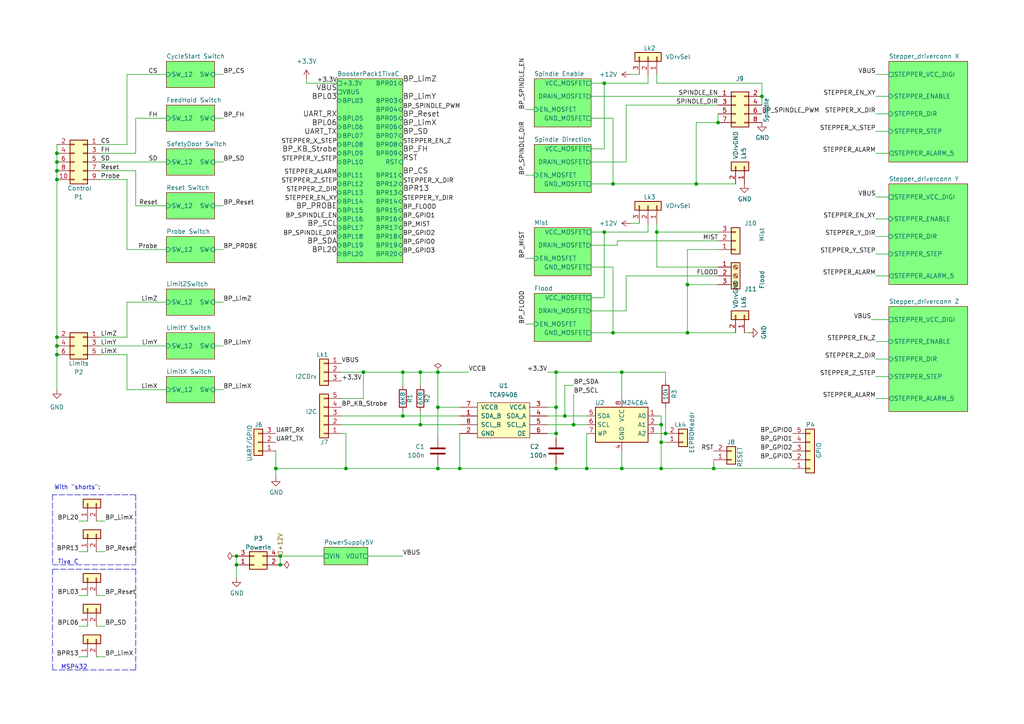
<source format=kicad_sch>
(kicad_sch (version 20211123) (generator eeschema)
  (paper "A4")
  (title_block (title "GRBLhal Boosterpack") (date "2022-11-23") (rev "1.0") (comment 1 "ruined by Sönke Peters") (comment 2 "based on work by Terje Io and Expatria Technologies") (comment 4 "Licensed under CERN OHL v.1.2 or later"))
  (lib_symbols
    (symbol "CNC-Boosterpack-rescue:TCA9406-engineering" (pin_names (offset 1.016))
      (property "Reference" "U" (at -6.35 -6.35 0))
      (property "Value" "TCA9406-engineering" (at 3.175 -6.35 0))
      (symbol "TCA9406-engineering_0_1"
        (rectangle (start -7.62 5.08) (end 7.62 -5.08) (fill (type background)))
      )
      (symbol "TCA9406-engineering_1_1"
        (pin bidirectional line (at 12.7 1.27 180) (length 5.08) (name "SDA_B") (number "1"))
        (pin power_in line (at 12.7 -3.81 180) (length 5.08) (name "GND") (number "2"))
        (pin power_in line (at -12.7 3.81 0) (length 5.08) (name "VCCA") (number "3"))
        (pin bidirectional line (at -12.7 1.27 0) (length 5.08) (name "SDA_A") (number "4"))
        (pin bidirectional line (at -12.7 -1.27 0) (length 5.08) (name "SCL_A") (number "5"))
        (pin input line (at -12.7 -3.81 0) (length 5.08) (name "OE") (number "6"))
        (pin power_in line (at 12.7 3.81 180) (length 5.08) (name "VCCB") (number "7"))
        (pin bidirectional line (at 12.7 -1.27 180) (length 5.08) (name "SCL_B") (number "8"))
      )
    )
    (symbol "Connector:Screw_Terminal_01x03" (pin_names (offset 1.016) hide)
      (property "Reference" "J" (at 0 5.08 0))
      (property "Value" "Screw_Terminal_01x03" (at 0 -5.08 0))
      (symbol "Screw_Terminal_01x03_1_1"
        (rectangle (start -1.27 3.81) (end 1.27 -3.81) (stroke (width 0.254)) (fill (type background)))
        (circle (center 0 -2.54) (radius 0.635) (stroke (width 0.1524)))
        (polyline (pts (xy -0.5334 -2.2098) (xy 0.3302 -3.048)) (stroke (width 0.1524)))
        (polyline (pts (xy -0.5334 0.3302) (xy 0.3302 -0.508)) (stroke (width 0.1524)))
        (polyline (pts (xy -0.5334 2.8702) (xy 0.3302 2.032)) (stroke (width 0.1524)))
        (polyline (pts (xy -0.3556 -2.032) (xy 0.508 -2.8702)) (stroke (width 0.1524)))
        (polyline (pts (xy -0.3556 0.508) (xy 0.508 -0.3302)) (stroke (width 0.1524)))
        (polyline (pts (xy -0.3556 3.048) (xy 0.508 2.2098)) (stroke (width 0.1524)))
        (circle (center 0 0) (radius 0.635) (stroke (width 0.1524)))
        (circle (center 0 2.54) (radius 0.635) (stroke (width 0.1524)))
        (pin passive line (at -5.08 2.54 0) (length 3.81) (name "Pin_1") (number "1"))
        (pin passive line (at -5.08 0 0) (length 3.81) (name "Pin_2") (number "2"))
        (pin passive line (at -5.08 -2.54 0) (length 3.81) (name "Pin_3") (number "3"))
      )
    )
    (symbol "Connector_Generic:Conn_01x02" (pin_names (offset 1.016) hide)
      (property "Reference" "J" (at 0 2.54 0))
      (property "Value" "Conn_01x02" (at 0 -5.08 0))
      (symbol "Conn_01x02_1_1"
        (rectangle (start -1.27 -2.413) (end 0 -2.667) (stroke (width 0.1524)))
        (rectangle (start -1.27 0.127) (end 0 -0.127) (stroke (width 0.1524)))
        (rectangle (start -1.27 1.27) (end 1.27 -3.81) (stroke (width 0.254)) (fill (type background)))
        (pin passive line (at -5.08 0 0) (length 3.81) (name "Pin_1") (number "1"))
        (pin passive line (at -5.08 -2.54 0) (length 3.81) (name "Pin_2") (number "2"))
      )
    )
    (symbol "Connector_Generic:Conn_01x03" (pin_names (offset 1.016) hide)
      (property "Reference" "J" (at 0 5.08 0))
      (property "Value" "Conn_01x03" (at 0 -5.08 0))
      (symbol "Conn_01x03_1_1"
        (rectangle (start -1.27 -2.413) (end 0 -2.667) (stroke (width 0.1524)))
        (rectangle (start -1.27 0.127) (end 0 -0.127) (stroke (width 0.1524)))
        (rectangle (start -1.27 2.667) (end 0 2.413) (stroke (width 0.1524)))
        (rectangle (start -1.27 3.81) (end 1.27 -3.81) (stroke (width 0.254)) (fill (type background)))
        (pin passive line (at -5.08 2.54 0) (length 3.81) (name "Pin_1") (number "1"))
        (pin passive line (at -5.08 0 0) (length 3.81) (name "Pin_2") (number "2"))
        (pin passive line (at -5.08 -2.54 0) (length 3.81) (name "Pin_3") (number "3"))
      )
    )
    (symbol "Connector_Generic:Conn_01x05" (pin_names (offset 1.016) hide)
      (property "Reference" "J" (at 0 7.62 0))
      (property "Value" "Conn_01x05" (at 0 -7.62 0))
      (symbol "Conn_01x05_1_1"
        (rectangle (start -1.27 -4.953) (end 0 -5.207) (stroke (width 0.1524)))
        (rectangle (start -1.27 -2.413) (end 0 -2.667) (stroke (width 0.1524)))
        (rectangle (start -1.27 0.127) (end 0 -0.127) (stroke (width 0.1524)))
        (rectangle (start -1.27 2.667) (end 0 2.413) (stroke (width 0.1524)))
        (rectangle (start -1.27 5.207) (end 0 4.953) (stroke (width 0.1524)))
        (rectangle (start -1.27 6.35) (end 1.27 -6.35) (stroke (width 0.254)) (fill (type background)))
        (pin passive line (at -5.08 5.08 0) (length 3.81) (name "Pin_1") (number "1"))
        (pin passive line (at -5.08 2.54 0) (length 3.81) (name "Pin_2") (number "2"))
        (pin passive line (at -5.08 0 0) (length 3.81) (name "Pin_3") (number "3"))
        (pin passive line (at -5.08 -2.54 0) (length 3.81) (name "Pin_4") (number "4"))
        (pin passive line (at -5.08 -5.08 0) (length 3.81) (name "Pin_5") (number "5"))
      )
    )
    (symbol "Connector_Generic:Conn_02x02_Odd_Even" (pin_names (offset 1.016) hide)
      (property "Reference" "J" (at 1.27 2.54 0))
      (property "Value" "Conn_02x02_Odd_Even" (at 1.27 -5.08 0))
      (symbol "Conn_02x02_Odd_Even_1_1"
        (rectangle (start -1.27 -2.413) (end 0 -2.667) (stroke (width 0.1524)))
        (rectangle (start -1.27 0.127) (end 0 -0.127) (stroke (width 0.1524)))
        (rectangle (start -1.27 1.27) (end 3.81 -3.81) (stroke (width 0.254)) (fill (type background)))
        (rectangle (start 3.81 -2.413) (end 2.54 -2.667) (stroke (width 0.1524)))
        (rectangle (start 3.81 0.127) (end 2.54 -0.127) (stroke (width 0.1524)))
        (pin passive line (at -5.08 0 0) (length 3.81) (name "Pin_1") (number "1"))
        (pin passive line (at 7.62 0 180) (length 3.81) (name "Pin_2") (number "2"))
        (pin passive line (at -5.08 -2.54 0) (length 3.81) (name "Pin_3") (number "3"))
        (pin passive line (at 7.62 -2.54 180) (length 3.81) (name "Pin_4") (number "4"))
      )
    )
    (symbol "Connector_Generic:Conn_02x03_Odd_Even" (pin_names (offset 1.016) hide)
      (property "Reference" "J" (at 1.27 5.08 0))
      (property "Value" "Conn_02x03_Odd_Even" (at 1.27 -5.08 0))
      (symbol "Conn_02x03_Odd_Even_1_1"
        (rectangle (start -1.27 -2.413) (end 0 -2.667) (stroke (width 0.1524)))
        (rectangle (start -1.27 0.127) (end 0 -0.127) (stroke (width 0.1524)))
        (rectangle (start -1.27 2.667) (end 0 2.413) (stroke (width 0.1524)))
        (rectangle (start -1.27 3.81) (end 3.81 -3.81) (stroke (width 0.254)) (fill (type background)))
        (rectangle (start 3.81 -2.413) (end 2.54 -2.667) (stroke (width 0.1524)))
        (rectangle (start 3.81 0.127) (end 2.54 -0.127) (stroke (width 0.1524)))
        (rectangle (start 3.81 2.667) (end 2.54 2.413) (stroke (width 0.1524)))
        (pin passive line (at -5.08 2.54 0) (length 3.81) (name "Pin_1") (number "1"))
        (pin passive line (at 7.62 2.54 180) (length 3.81) (name "Pin_2") (number "2"))
        (pin passive line (at -5.08 0 0) (length 3.81) (name "Pin_3") (number "3"))
        (pin passive line (at 7.62 0 180) (length 3.81) (name "Pin_4") (number "4"))
        (pin passive line (at -5.08 -2.54 0) (length 3.81) (name "Pin_5") (number "5"))
        (pin passive line (at 7.62 -2.54 180) (length 3.81) (name "Pin_6") (number "6"))
      )
    )
    (symbol "Connector_Generic:Conn_02x04_Odd_Even" (pin_names (offset 1.016) hide)
      (property "Reference" "J" (at 1.27 5.08 0))
      (property "Value" "Conn_02x04_Odd_Even" (at 1.27 -7.62 0))
      (symbol "Conn_02x04_Odd_Even_1_1"
        (rectangle (start -1.27 -4.953) (end 0 -5.207) (stroke (width 0.1524)))
        (rectangle (start -1.27 -2.413) (end 0 -2.667) (stroke (width 0.1524)))
        (rectangle (start -1.27 0.127) (end 0 -0.127) (stroke (width 0.1524)))
        (rectangle (start -1.27 2.667) (end 0 2.413) (stroke (width 0.1524)))
        (rectangle (start -1.27 3.81) (end 3.81 -6.35) (stroke (width 0.254)) (fill (type background)))
        (rectangle (start 3.81 -4.953) (end 2.54 -5.207) (stroke (width 0.1524)))
        (rectangle (start 3.81 -2.413) (end 2.54 -2.667) (stroke (width 0.1524)))
        (rectangle (start 3.81 0.127) (end 2.54 -0.127) (stroke (width 0.1524)))
        (rectangle (start 3.81 2.667) (end 2.54 2.413) (stroke (width 0.1524)))
        (pin passive line (at -5.08 2.54 0) (length 3.81) (name "Pin_1") (number "1"))
        (pin passive line (at 7.62 2.54 180) (length 3.81) (name "Pin_2") (number "2"))
        (pin passive line (at -5.08 0 0) (length 3.81) (name "Pin_3") (number "3"))
        (pin passive line (at 7.62 0 180) (length 3.81) (name "Pin_4") (number "4"))
        (pin passive line (at -5.08 -2.54 0) (length 3.81) (name "Pin_5") (number "5"))
        (pin passive line (at 7.62 -2.54 180) (length 3.81) (name "Pin_6") (number "6"))
        (pin passive line (at -5.08 -5.08 0) (length 3.81) (name "Pin_7") (number "7"))
        (pin passive line (at 7.62 -5.08 180) (length 3.81) (name "Pin_8") (number "8"))
      )
    )
    (symbol "Connector_Generic:Conn_02x05_Odd_Even" (pin_names (offset 1.016) hide)
      (property "Reference" "J" (at 1.27 7.62 0))
      (property "Value" "Conn_02x05_Odd_Even" (at 1.27 -7.62 0))
      (symbol "Conn_02x05_Odd_Even_1_1"
        (rectangle (start -1.27 -4.953) (end 0 -5.207) (stroke (width 0.1524)))
        (rectangle (start -1.27 -2.413) (end 0 -2.667) (stroke (width 0.1524)))
        (rectangle (start -1.27 0.127) (end 0 -0.127) (stroke (width 0.1524)))
        (rectangle (start -1.27 2.667) (end 0 2.413) (stroke (width 0.1524)))
        (rectangle (start -1.27 5.207) (end 0 4.953) (stroke (width 0.1524)))
        (rectangle (start -1.27 6.35) (end 3.81 -6.35) (stroke (width 0.254)) (fill (type background)))
        (rectangle (start 3.81 -4.953) (end 2.54 -5.207) (stroke (width 0.1524)))
        (rectangle (start 3.81 -2.413) (end 2.54 -2.667) (stroke (width 0.1524)))
        (rectangle (start 3.81 0.127) (end 2.54 -0.127) (stroke (width 0.1524)))
        (rectangle (start 3.81 2.667) (end 2.54 2.413) (stroke (width 0.1524)))
        (rectangle (start 3.81 5.207) (end 2.54 4.953) (stroke (width 0.1524)))
        (pin passive line (at -5.08 5.08 0) (length 3.81) (name "Pin_1") (number "1"))
        (pin passive line (at 7.62 -5.08 180) (length 3.81) (name "Pin_10") (number "10"))
        (pin passive line (at 7.62 5.08 180) (length 3.81) (name "Pin_2") (number "2"))
        (pin passive line (at -5.08 2.54 0) (length 3.81) (name "Pin_3") (number "3"))
        (pin passive line (at 7.62 2.54 180) (length 3.81) (name "Pin_4") (number "4"))
        (pin passive line (at -5.08 0 0) (length 3.81) (name "Pin_5") (number "5"))
        (pin passive line (at 7.62 0 180) (length 3.81) (name "Pin_6") (number "6"))
        (pin passive line (at -5.08 -2.54 0) (length 3.81) (name "Pin_7") (number "7"))
        (pin passive line (at 7.62 -2.54 180) (length 3.81) (name "Pin_8") (number "8"))
        (pin passive line (at -5.08 -5.08 0) (length 3.81) (name "Pin_9") (number "9"))
      )
    )
    (symbol "Device:C" (pin_numbers hide) (pin_names (offset 0.254))
      (property "Reference" "C" (at 0.635 2.54 0))
      (property "Value" "C" (at 0.635 -2.54 0))
      (symbol "C_0_1"
        (polyline (pts (xy -2.032 -0.762) (xy 2.032 -0.762)) (stroke (width 0.508)))
        (polyline (pts (xy -2.032 0.762) (xy 2.032 0.762)) (stroke (width 0.508)))
      )
      (symbol "C_1_1"
        (pin passive line (at 0 3.81 270) (length 2.794) (name "~") (number "1"))
        (pin passive line (at 0 -3.81 90) (length 2.794) (name "~") (number "2"))
      )
    )
    (symbol "Device:R" (pin_numbers hide) (pin_names (offset 0))
      (property "Reference" "R" (at 2.032 0 90))
      (property "Value" "R" (at 0 0 90))
      (symbol "R_0_1"
        (rectangle (start -1.016 -2.54) (end 1.016 2.54) (stroke (width 0.254)))
      )
      (symbol "R_1_1"
        (pin passive line (at 0 3.81 270) (length 1.27) (name "~") (number "1"))
        (pin passive line (at 0 -3.81 90) (length 1.27) (name "~") (number "2"))
      )
    )
    (symbol "Memory_EEPROM:24LC16"
      (property "Reference" "U" (at -6.35 6.35 0))
      (property "Value" "24LC16" (at 1.27 6.35 0))
      (symbol "24LC16_1_1"
        (rectangle (start -7.62 5.08) (end 7.62 -5.08) (stroke (width 0.254)) (fill (type background)))
        (pin input line (at -10.16 2.54 0) (length 2.54) (name "A0") (number "1"))
        (pin input line (at -10.16 0 0) (length 2.54) (name "A1") (number "2"))
        (pin input line (at -10.16 -2.54 0) (length 2.54) (name "A2") (number "3"))
        (pin power_in line (at 0 -7.62 90) (length 2.54) (name "GND") (number "4"))
        (pin bidirectional line (at 10.16 2.54 180) (length 2.54) (name "SDA") (number "5"))
        (pin input line (at 10.16 0 180) (length 2.54) (name "SCL") (number "6"))
        (pin input line (at 10.16 -2.54 180) (length 2.54) (name "WP") (number "7"))
        (pin power_in line (at 0 7.62 270) (length 2.54) (name "VCC") (number "8"))
      )
    )
    (symbol "power:+12V" (power) (pin_names (offset 0))
      (property "Value" "+12V" (at 0 3.556 0))
      (symbol "+12V_0_1"
        (polyline (pts (xy -0.762 1.27) (xy 0 2.54)))
        (polyline (pts (xy 0 0) (xy 0 2.54)))
        (polyline (pts (xy 0 2.54) (xy 0.762 1.27)))
      )
      (symbol "+12V_1_1"
        (pin power_in line (at 0 0 90) (length 0) hide (name "+12V") (number "1"))
      )
    )
    (symbol "power:+3.3V" (power) (pin_names (offset 0))
      (property "Value" "+3.3V" (at 0 3.556 0))
      (symbol "+3.3V_0_1"
        (polyline (pts (xy -0.762 1.27) (xy 0 2.54)))
        (polyline (pts (xy 0 0) (xy 0 2.54)))
        (polyline (pts (xy 0 2.54) (xy 0.762 1.27)))
      )
      (symbol "+3.3V_1_1"
        (pin power_in line (at 0 0 90) (length 0) hide (name "+3.3V") (number "1"))
      )
    )
    (symbol "power:GND" (power) (pin_names (offset 0))
      (property "Value" "GND" (at 0 -3.81 0))
      (symbol "GND_0_1"
        (polyline (pts (xy 0 0) (xy 0 -1.27) (xy 1.27 -1.27) (xy 0 -2.54) (xy -1.27 -1.27) (xy 0 -1.27)))
      )
      (symbol "GND_1_1"
        (pin power_in line (at 0 0 270) (length 0) hide (name "GND") (number "1"))
      )
    )
    (symbol "power:PWR_FLAG" (power) (pin_numbers hide) (pin_names (offset 0) hide)
      (property "Value" "PWR_FLAG" (at 0 3.81 0))
      (symbol "PWR_FLAG_0_0"
        (pin power_out line (at 0 0 90) (length 0) (name "pwr") (number "1"))
      )
      (symbol "PWR_FLAG_0_1"
        (polyline (pts (xy 0 0) (xy 0 1.27) (xy -1.016 1.905) (xy 0 2.54) (xy 1.016 1.905) (xy 0 1.27)))
      )
    )
  )
  (junction (at 208.28 35.56))
  (junction (at 180.34 135.89))
  (junction (at 177.8 53.34))
  (junction (at 133.35 135.89))
  (junction (at 191.77 123.19))
  (junction (at 191.77 135.89))
  (junction (at 121.92 107.95))
  (junction (at 127 118.11))
  (junction (at 201.93 53.34))
  (junction (at 199.39 96.52))
  (junction (at 16.51 52.07))
  (junction (at 105.41 107.95))
  (junction (at 16.51 102.87))
  (junction (at 207.01 135.89))
  (junction (at 16.51 46.99))
  (junction (at 116.84 107.95))
  (junction (at 161.29 125.73))
  (junction (at 175.26 67.31))
  (junction (at 191.77 128.27))
  (junction (at 190.5 67.31))
  (junction (at 68.58 163.83))
  (junction (at 161.29 135.89))
  (junction (at 127 135.89))
  (junction (at 116.84 120.65))
  (junction (at 193.04 125.73))
  (junction (at 180.34 107.95))
  (junction (at 68.58 161.29))
  (junction (at 16.51 100.33))
  (junction (at 170.18 135.89))
  (junction (at 81.28 163.83))
  (junction (at 163.83 120.65))
  (junction (at 175.26 24.13))
  (junction (at 121.92 123.19))
  (junction (at 16.51 49.53))
  (junction (at 81.28 161.29))
  (junction (at 80.01 135.89))
  (junction (at 16.51 97.79))
  (junction (at 127 107.95))
  (junction (at 166.37 123.19))
  (junction (at 16.51 44.45))
  (junction (at 100.33 135.89))
  (junction (at 220.98 27.94))
  (junction (at 161.29 118.11))
  (junction (at 199.39 82.55))
  (junction (at 161.29 107.95))
  (junction (at 177.8 96.52))
  (wire (pts (xy 179.07 69.85) (xy 208.28 69.85)))
  (wire (pts (xy 207.01 135.89) (xy 229.87 135.89)))
  (wire (pts (xy 180.34 130.81) (xy 180.34 135.89)))
  (wire (pts (xy 161.29 134.62) (xy 161.29 135.89)))
  (wire (pts (xy 62.23 100.33) (xy 64.77 100.33)))
  (wire (pts (xy 163.83 111.76) (xy 163.83 120.65)))
  (wire (pts (xy 29.21 46.99) (xy 48.26 46.99)))
  (wire (pts (xy 220.98 27.94) (xy 220.98 30.48)))
  (wire (pts (xy 36.83 21.59) (xy 36.83 41.91)))
  (wire (pts (xy 36.83 97.79) (xy 36.83 87.63)))
  (wire (pts (xy 36.83 102.87) (xy 36.83 113.03)))
  (wire (pts (xy 180.34 107.95) (xy 193.04 107.95)))
  (wire (pts (xy 62.23 72.39) (xy 64.77 72.39)))
  (wire (pts (xy 191.77 123.19) (xy 190.5 123.19)))
  (wire (pts (xy 127 118.11) (xy 133.35 118.11)))
  (wire (pts (xy 193.04 125.73) (xy 190.5 125.73)))
  (wire (pts (xy 158.75 120.65) (xy 163.83 120.65)))
  (wire (pts (xy 99.06 120.65) (xy 116.84 120.65)))
  (wire (pts (xy 254 104.14) (xy 257.81 104.14)))
  (wire (pts (xy 180.34 107.95) (xy 180.34 115.57)))
  (wire (pts (xy 152.4 93.98) (xy 154.94 93.98)))
  (wire (pts (xy 116.84 107.95) (xy 121.92 107.95)))
  (wire (pts (xy 207.01 135.89) (xy 207.01 133.35)))
  (wire (pts (xy 127 135.89) (xy 133.35 135.89)))
  (wire (pts (xy 22.86 160.02) (xy 25.4 160.02)))
  (wire (pts (xy 27.94 151.13) (xy 30.48 151.13)))
  (wire (pts (xy 166.37 123.19) (xy 170.18 123.19)))
  (wire (pts (xy 187.96 64.77) (xy 187.96 67.31)))
  (wire (pts (xy 152.4 50.8) (xy 154.94 50.8)))
  (wire (pts (xy 29.21 100.33) (xy 48.26 100.33)))
  (wire (pts (xy 254 63.5) (xy 257.81 63.5)))
  (polyline (pts (xy 15.24 165.1) (xy 15.24 194.31)))
  (wire (pts (xy 152.4 31.75) (xy 154.94 31.75)))
  (wire (pts (xy 80.01 135.89) (xy 80.01 138.43)))
  (wire (pts (xy 62.23 46.99) (xy 64.77 46.99)))
  (polyline (pts (xy 15.24 163.83) (xy 39.37 163.83)))
  (wire (pts (xy 29.21 102.87) (xy 36.83 102.87)))
  (wire (pts (xy 171.45 67.31) (xy 175.26 67.31)))
  (wire (pts (xy 16.51 46.99) (xy 16.51 44.45)))
  (wire (pts (xy 152.4 74.93) (xy 154.94 74.93)))
  (wire (pts (xy 171.45 96.52) (xy 177.8 96.52)))
  (polyline (pts (xy 15.24 165.1) (xy 39.37 165.1)))
  (wire (pts (xy 177.8 34.29) (xy 171.45 34.29)))
  (wire (pts (xy 190.5 120.65) (xy 191.77 120.65)))
  (wire (pts (xy 127 127) (xy 127 118.11)))
  (wire (pts (xy 171.45 27.94) (xy 208.28 27.94)))
  (wire (pts (xy 182.88 21.59) (xy 185.42 21.59)))
  (wire (pts (xy 177.8 53.34) (xy 171.45 53.34)))
  (wire (pts (xy 171.45 24.13) (xy 175.26 24.13)))
  (wire (pts (xy 191.77 135.89) (xy 207.01 135.89)))
  (wire (pts (xy 190.5 24.13) (xy 220.98 24.13)))
  (wire (pts (xy 158.75 125.73) (xy 161.29 125.73)))
  (wire (pts (xy 88.9 22.86) (xy 88.9 24.13)))
  (wire (pts (xy 254 33.02) (xy 257.81 33.02)))
  (wire (pts (xy 208.28 35.56) (xy 201.93 35.56)))
  (wire (pts (xy 121.92 119.38) (xy 121.92 123.19)))
  (wire (pts (xy 62.23 21.59) (xy 64.77 21.59)))
  (wire (pts (xy 81.28 161.29) (xy 93.98 161.29)))
  (wire (pts (xy 191.77 128.27) (xy 191.77 135.89)))
  (wire (pts (xy 100.33 125.73) (xy 100.33 135.89)))
  (wire (pts (xy 39.37 59.69) (xy 48.26 59.69)))
  (wire (pts (xy 177.8 53.34) (xy 177.8 34.29)))
  (wire (pts (xy 22.86 190.5) (xy 25.4 190.5)))
  (wire (pts (xy 133.35 135.89) (xy 161.29 135.89)))
  (wire (pts (xy 166.37 114.3) (xy 166.37 123.19)))
  (wire (pts (xy 171.45 71.12) (xy 179.07 71.12)))
  (wire (pts (xy 22.86 172.72) (xy 25.4 172.72)))
  (wire (pts (xy 187.96 21.59) (xy 187.96 24.13)))
  (wire (pts (xy 16.51 49.53) (xy 16.51 46.99)))
  (wire (pts (xy 179.07 71.12) (xy 179.07 69.85)))
  (wire (pts (xy 62.23 87.63) (xy 64.77 87.63)))
  (wire (pts (xy 190.5 67.31) (xy 190.5 77.47)))
  (wire (pts (xy 80.01 135.89) (xy 100.33 135.89)))
  (wire (pts (xy 116.84 111.76) (xy 116.84 107.95)))
  (wire (pts (xy 27.94 160.02) (xy 30.48 160.02)))
  (wire (pts (xy 170.18 135.89) (xy 180.34 135.89)))
  (wire (pts (xy 127 134.62) (xy 127 135.89)))
  (wire (pts (xy 181.61 80.01) (xy 181.61 90.17)))
  (wire (pts (xy 181.61 30.48) (xy 208.28 30.48)))
  (wire (pts (xy 158.75 123.19) (xy 166.37 123.19)))
  (wire (pts (xy 166.37 111.76) (xy 163.83 111.76)))
  (polyline (pts (xy 39.37 165.1) (xy 39.37 194.31)))
  (wire (pts (xy 29.21 97.79) (xy 36.83 97.79)))
  (wire (pts (xy 88.9 24.13) (xy 97.79 24.13)))
  (wire (pts (xy 171.45 43.18) (xy 175.26 43.18)))
  (wire (pts (xy 16.51 100.33) (xy 16.51 97.79)))
  (wire (pts (xy 171.45 90.17) (xy 181.61 90.17)))
  (polyline (pts (xy 39.37 143.51) (xy 15.24 143.51)))
  (wire (pts (xy 39.37 34.29) (xy 48.26 34.29)))
  (wire (pts (xy 116.84 120.65) (xy 116.84 119.38)))
  (wire (pts (xy 99.06 115.57) (xy 105.41 115.57)))
  (wire (pts (xy 193.04 118.11) (xy 193.04 125.73)))
  (wire (pts (xy 62.23 113.03) (xy 64.77 113.03)))
  (wire (pts (xy 199.39 82.55) (xy 199.39 96.52)))
  (wire (pts (xy 161.29 107.95) (xy 161.29 118.11)))
  (wire (pts (xy 16.51 102.87) (xy 16.51 100.33)))
  (wire (pts (xy 254 109.22) (xy 257.81 109.22)))
  (wire (pts (xy 171.45 77.47) (xy 177.8 77.47)))
  (wire (pts (xy 254 80.01) (xy 257.81 80.01)))
  (wire (pts (xy 36.83 72.39) (xy 48.26 72.39)))
  (wire (pts (xy 171.45 86.36) (xy 175.26 86.36)))
  (wire (pts (xy 175.26 86.36) (xy 175.26 67.31)))
  (polyline (pts (xy 39.37 143.51) (xy 39.37 163.83)))
  (wire (pts (xy 161.29 107.95) (xy 180.34 107.95)))
  (wire (pts (xy 105.41 107.95) (xy 99.06 107.95)))
  (wire (pts (xy 100.33 125.73) (xy 99.06 125.73)))
  (wire (pts (xy 254 27.94) (xy 257.81 27.94)))
  (wire (pts (xy 182.88 64.77) (xy 185.42 64.77)))
  (wire (pts (xy 199.39 96.52) (xy 213.36 96.52)))
  (wire (pts (xy 121.92 123.19) (xy 133.35 123.19)))
  (wire (pts (xy 190.5 77.47) (xy 208.28 77.47)))
  (wire (pts (xy 158.75 118.11) (xy 161.29 118.11)))
  (wire (pts (xy 254 73.66) (xy 257.81 73.66)))
  (wire (pts (xy 68.58 161.29) (xy 68.58 163.83)))
  (wire (pts (xy 161.29 125.73) (xy 161.29 127)))
  (wire (pts (xy 175.26 24.13) (xy 187.96 24.13)))
  (wire (pts (xy 181.61 30.48) (xy 181.61 46.99)))
  (wire (pts (xy 105.41 115.57) (xy 105.41 107.95)))
  (wire (pts (xy 116.84 120.65) (xy 133.35 120.65)))
  (wire (pts (xy 133.35 125.73) (xy 133.35 135.89)))
  (wire (pts (xy 100.33 135.89) (xy 127 135.89)))
  (wire (pts (xy 62.23 34.29) (xy 64.77 34.29)))
  (wire (pts (xy 27.94 172.72) (xy 30.48 172.72)))
  (wire (pts (xy 177.8 96.52) (xy 199.39 96.52)))
  (wire (pts (xy 254 99.06) (xy 257.81 99.06)))
  (wire (pts (xy 254 21.59) (xy 257.81 21.59)))
  (wire (pts (xy 161.29 125.73) (xy 161.29 118.11)))
  (wire (pts (xy 106.68 161.29) (xy 116.84 161.29)))
  (wire (pts (xy 62.23 59.69) (xy 64.77 59.69)))
  (wire (pts (xy 201.93 35.56) (xy 201.93 53.34)))
  (wire (pts (xy 191.77 123.19) (xy 191.77 128.27)))
  (wire (pts (xy 191.77 120.65) (xy 191.77 123.19)))
  (wire (pts (xy 201.93 53.34) (xy 213.36 53.34)))
  (wire (pts (xy 193.04 128.27) (xy 191.77 128.27)))
  (wire (pts (xy 16.51 44.45) (xy 16.51 41.91)))
  (wire (pts (xy 199.39 82.55) (xy 199.39 72.39)))
  (wire (pts (xy 177.8 53.34) (xy 201.93 53.34)))
  (wire (pts (xy 29.21 49.53) (xy 39.37 49.53)))
  (wire (pts (xy 254 57.15) (xy 257.81 57.15)))
  (wire (pts (xy 105.41 107.95) (xy 116.84 107.95)))
  (wire (pts (xy 190.5 67.31) (xy 208.28 67.31)))
  (wire (pts (xy 254 68.58) (xy 257.81 68.58)))
  (wire (pts (xy 193.04 107.95) (xy 193.04 110.49)))
  (wire (pts (xy 190.5 24.13) (xy 190.5 21.59)))
  (wire (pts (xy 199.39 72.39) (xy 208.28 72.39)))
  (wire (pts (xy 158.75 107.95) (xy 161.29 107.95)))
  (wire (pts (xy 175.26 67.31) (xy 187.96 67.31)))
  (wire (pts (xy 163.83 120.65) (xy 170.18 120.65)))
  (wire (pts (xy 39.37 49.53) (xy 39.37 59.69)))
  (wire (pts (xy 220.98 24.13) (xy 220.98 27.94)))
  (wire (pts (xy 170.18 125.73) (xy 170.18 135.89)))
  (wire (pts (xy 16.51 52.07) (xy 16.51 49.53)))
  (wire (pts (xy 36.83 87.63) (xy 48.26 87.63)))
  (polyline (pts (xy 39.37 194.31) (xy 15.24 194.31)))
  (wire (pts (xy 16.51 52.07) (xy 16.51 97.79)))
  (wire (pts (xy 27.94 181.61) (xy 30.48 181.61)))
  (wire (pts (xy 16.51 102.87) (xy 16.51 113.03)))
  (wire (pts (xy 36.83 21.59) (xy 48.26 21.59)))
  (wire (pts (xy 22.86 151.13) (xy 25.4 151.13)))
  (wire (pts (xy 29.21 52.07) (xy 36.83 52.07)))
  (wire (pts (xy 254 44.45) (xy 257.81 44.45)))
  (wire (pts (xy 99.06 123.19) (xy 121.92 123.19)))
  (wire (pts (xy 121.92 107.95) (xy 127 107.95)))
  (wire (pts (xy 127 118.11) (xy 127 107.95)))
  (wire (pts (xy 199.39 82.55) (xy 208.28 82.55)))
  (wire (pts (xy 180.34 135.89) (xy 191.77 135.89)))
  (wire (pts (xy 254 38.1) (xy 257.81 38.1)))
  (wire (pts (xy 208.28 33.02) (xy 208.28 35.56)))
  (wire (pts (xy 215.9 96.52) (xy 217.17 96.52)))
  (wire (pts (xy 22.86 181.61) (xy 25.4 181.61)))
  (polyline (pts (xy 15.24 143.51) (xy 15.24 163.83)))
  (wire (pts (xy 29.21 41.91) (xy 36.83 41.91)))
  (wire (pts (xy 181.61 46.99) (xy 171.45 46.99)))
  (wire (pts (xy 127 107.95) (xy 135.89 107.95)))
  (wire (pts (xy 175.26 43.18) (xy 175.26 24.13)))
  (wire (pts (xy 177.8 96.52) (xy 177.8 77.47)))
  (wire (pts (xy 181.61 80.01) (xy 208.28 80.01)))
  (wire (pts (xy 252.73 92.71) (xy 257.81 92.71)))
  (wire (pts (xy 80.01 130.81) (xy 80.01 135.89)))
  (wire (pts (xy 121.92 111.76) (xy 121.92 107.95)))
  (wire (pts (xy 254 115.57) (xy 257.81 115.57)))
  (wire (pts (xy 81.28 161.29) (xy 81.28 163.83)))
  (wire (pts (xy 36.83 52.07) (xy 36.83 72.39)))
  (wire (pts (xy 68.58 163.83) (xy 68.58 167.64)))
  (wire (pts (xy 39.37 34.29) (xy 39.37 44.45)))
  (wire (pts (xy 161.29 135.89) (xy 170.18 135.89)))
  (wire (pts (xy 29.21 44.45) (xy 39.37 44.45)))
  (wire (pts (xy 190.5 64.77) (xy 190.5 67.31)))
  (wire (pts (xy 36.83 113.03) (xy 48.26 113.03)))
  (wire (pts (xy 27.94 190.5) (xy 30.48 190.5)))
  (text "MSP432" (at 25.4 194.31 180) (effects (font (size 1.27 1.27)) (justify right bottom)))
  (text "With \"shorts\":" (at 29.21 142.24 180) (effects (font (size 1.27 1.27)) (justify right bottom)))
  (text "Tiva C" (at 22.86 163.83 180) (effects (font (size 1.27 1.27)) (justify right bottom)))
  (label "BP_MIST" (at 152.4 74.93 90))
  (label "BP_GPIO3" (at 116.84 73.66 0))
  (label "BP_PROBE" (at 97.79 60.96 180) (effects (font (size 1.524 1.524))))
  (label "STEPPER_Z_STEP" (at 254 109.22 180))
  (label "VBUS" (at 254 57.15 180))
  (label "BP_LimY" (at 116.84 29.21 0) (effects (font (size 1.524 1.524))))
  (label "BP_GPIO0" (at 116.84 71.12 0))
  (label "VBUS" (at 97.79 26.67 180) (effects (font (size 1.524 1.524))))
  (label "VBUS" (at 116.84 161.29 0))
  (label "BP_Reset" (at 30.48 160.02 0))
  (label "BP_CS" (at 116.84 50.8 0) (effects (font (size 1.524 1.524))))
  (label "CS" (at 29.21 41.91 0))
  (label "BPL03" (at 97.79 29.21 180) (effects (font (size 1.524 1.524))))
  (label "BP_SPINDLE_EN" (at 152.4 31.75 90))
  (label "STEPPER_ALARM" (at 254 115.57 180))
  (label "BP_SD" (at 116.84 39.37 0) (effects (font (size 1.524 1.524))))
  (label "STEPPER_Z_DIR" (at 97.79 55.88 180))
  (label "BP_LimZ" (at 116.84 24.13 0) (effects (font (size 1.524 1.524))))
  (label "BP_LimY" (at 64.77 100.33 0))
  (label "BP_LimX" (at 64.77 113.03 0))
  (label "BP_FLOOD" (at 116.84 60.96 0))
  (label "Reset" (at 29.21 49.53 0))
  (label "STEPPER_ALARM" (at 254 44.45 180))
  (label "BP_GPIO3" (at 229.87 133.35 180))
  (label "BP_KB_Strobe" (at 97.79 44.45 180) (effects (font (size 1.524 1.524))))
  (label "VBUS" (at 99.06 105.41 0))
  (label "BP_LimX" (at 116.84 36.83 0) (effects (font (size 1.524 1.524))))
  (label "BP_Reset" (at 116.84 34.29 0) (effects (font (size 1.524 1.524))))
  (label "BP_LimZ" (at 64.77 87.63 0))
  (label "BP_SCL" (at 97.79 66.04 180) (effects (font (size 1.524 1.524))))
  (label "STEPPER_Y_STEP" (at 254 73.66 180))
  (label "FH" (at 45.72 34.29 180))
  (label "STEPPER_X_STEP" (at 254 38.1 180))
  (label "BP_SCL" (at 166.37 114.3 0))
  (label "LimZ" (at 45.72 87.63 180))
  (label "BPR13" (at 22.86 190.5 180))
  (label "BP_GPIO1" (at 229.87 128.27 180))
  (label "LimY" (at 45.72 100.33 180))
  (label "LimY" (at 29.21 100.33 0))
  (label "Reset" (at 45.72 59.69 180))
  (label "STEPPER_EN_Z" (at 254 99.06 180))
  (label "FH" (at 29.21 44.45 0))
  (label "BP_Reset" (at 64.77 59.69 0))
  (label "STEPPER_Z_STEP" (at 97.79 53.34 180))
  (label "RST" (at 207.01 130.81 180))
  (label "STEPPER_ALARM" (at 254 80.01 180))
  (label "BP_FLOOD" (at 152.4 93.98 90))
  (label "VBUS" (at 254 21.59 180))
  (label "LimX" (at 29.21 102.87 0))
  (label "BP_LimX" (at 30.48 151.13 0))
  (label "BP_SPINDLE_PWM" (at 116.84 31.75 0))
  (label "BP_SD" (at 64.77 46.99 0))
  (label "UART_TX" (at 80.01 128.27 0))
  (label "STEPPER_Z_DIR" (at 254 104.14 180))
  (label "STEPPER_X_DIR" (at 116.84 53.34 0))
  (label "BPL06" (at 22.86 181.61 180))
  (label "BP_LimX" (at 30.48 190.5 0))
  (label "+3.3V" (at 158.75 107.95 180))
  (label "STEPPER_EN_Z" (at 116.84 41.91 0))
  (label "BP_KB_Strobe" (at 99.06 118.11 0))
  (label "STEPPER_Y_STEP" (at 97.79 46.99 180))
  (label "BP_GPIO2" (at 116.84 68.58 0))
  (label "BPL03" (at 22.86 172.72 180))
  (label "STEPPER_EN_XY" (at 97.79 58.42 180))
  (label "+3.3V" (at 97.79 24.13 180))
  (label "UART_RX" (at 80.01 125.73 0))
  (label "LimZ" (at 29.21 97.79 0))
  (label "STEPPER_Y_DIR" (at 116.84 58.42 0))
  (label "BP_SPINDLE_EN" (at 97.79 63.5 180))
  (label "BP_PROBE" (at 64.77 72.39 0))
  (label "BP_CS" (at 64.77 21.59 0))
  (label "SPINDLE_DIR" (at 208.28 30.48 180))
  (label "SD" (at 29.21 46.99 0))
  (label "UART_RX" (at 97.79 34.29 180) (effects (font (size 1.524 1.524))))
  (label "STEPPER_EN_XY" (at 254 27.94 180))
  (label "BP_MIST" (at 116.84 66.04 0))
  (label "LimX" (at 45.72 113.03 180))
  (label "BP_SD" (at 30.48 181.61 0))
  (label "BP_FH" (at 64.77 34.29 0))
  (label "MIST" (at 208.28 69.85 180))
  (label "BP_SPINDLE_DIR" (at 97.79 68.58 180))
  (label "BPR13" (at 116.84 55.88 0) (effects (font (size 1.524 1.524))))
  (label "FLOOD" (at 208.28 80.01 180))
  (label "BP_SDA" (at 166.37 111.76 0))
  (label "STEPPER_X_STEP" (at 97.79 41.91 180))
  (label "BP_GPIO1" (at 116.84 63.5 0))
  (label "STEPPER_X_DIR" (at 254 33.02 180))
  (label "BPR13" (at 22.86 160.02 180))
  (label "SD" (at 45.72 46.99 180))
  (label "VBUS" (at 252.73 92.71 180))
  (label "BPL20" (at 97.79 73.66 180) (effects (font (size 1.524 1.524))))
  (label "BP_SPINDLE_PWM" (at 220.98 33.02 0))
  (label "BP_GPIO0" (at 229.87 125.73 180))
  (label "+3.3V" (at 99.06 110.49 0))
  (label "BP_SDA" (at 97.79 71.12 180) (effects (font (size 1.524 1.524))))
  (label "SPINDLE_EN" (at 208.28 27.94 180))
  (label "UART_TX" (at 97.79 39.37 180) (effects (font (size 1.524 1.524))))
  (label "BPL06" (at 97.79 36.83 180) (effects (font (size 1.524 1.524))))
  (label "BP_GPIO2" (at 229.87 130.81 180))
  (label "STEPPER_EN_XY" (at 254 63.5 180))
  (label "CS" (at 45.72 21.59 180))
  (label "Probe" (at 45.72 72.39 180))
  (label "BPL20" (at 22.86 151.13 180))
  (label "STEPPER_Y_DIR" (at 254 68.58 180))
  (label "BP_SPINDLE_DIR" (at 152.4 50.8 90))
  (label "BP_Reset" (at 30.48 172.72 0))
  (label "BP_FH" (at 116.84 44.45 0) (effects (font (size 1.524 1.524))))
  (label "RST" (at 116.84 46.99 0) (effects (font (size 1.524 1.524))))
  (label "Probe" (at 29.21 52.07 0))
  (label "STEPPER_ALARM" (at 97.79 50.8 180))
  (label "VCCB" (at 135.89 107.95 0))
  (hierarchical_label "+12V" (shape input) (at 81.28 161.29 90))
  (symbol (lib_id "Connector_Generic:Conn_02x03_Odd_Even") (at 24.13 100.33 0) (mirror y) (unit 1)
    (property "Reference" "P2" (at 22.86 107.95 0))
    (property "Value" "Limits" (at 22.86 105.41 0))
    (property "Footprint" "Connector_PinHeader_2.54mm:PinHeader_2x03_P2.54mm_Vertical" (effects hide))
  )
  (symbol (lib_id "power:GND") (at 80.01 138.43 0) (unit 1)
    (property "Reference" "#PWR03" (effects hide))
    (property "Value" "GND" (at 80.137 142.8242 0))
  )
  (symbol (lib_id "Connector_Generic:Conn_02x05_Odd_Even") (at 24.13 46.99 0) (mirror y) (unit 1)
    (property "Reference" "P1" (at 24.13 57.15 0) (effects (justify left)))
    (property "Value" "Control" (at 26.67 54.61 0) (effects (justify left)))
    (property "Footprint" "Connector_PinHeader_2.54mm:PinHeader_2x05_P2.54mm_Vertical" (effects hide))
  )
  (symbol (lib_id "power:GND") (at 215.9 53.34 0) (unit 1)
    (property "Reference" "#PWR08" (effects hide))
    (property "Value" "GND" (at 216.027 57.7342 0))
  )
  (symbol (lib_id "Connector_Generic:Conn_01x02") (at 25.4 146.05 90) (unit 1)
    (property "Reference" "J1" (effects hide))
    (property "Value" "0" (effects hide))
    (property "Footprint" "Jumper:SolderJumper-2_P1.3mm_Open_RoundedPad1.0x1.5mm" (effects hide))
  )
  (symbol (lib_id "Connector_Generic:Conn_01x02") (at 25.4 154.94 90) (unit 1)
    (property "Reference" "J2" (effects hide))
    (property "Value" "0" (effects hide))
    (property "Footprint" "Jumper:SolderJumper-2_P1.3mm_Open_RoundedPad1.0x1.5mm" (effects hide))
  )
  (symbol (lib_id "Connector_Generic:Conn_01x02") (at 25.4 167.64 90) (unit 1)
    (property "Reference" "J3" (effects hide))
    (property "Value" "0" (effects hide))
    (property "Footprint" "Jumper:SolderJumper-2_P1.3mm_Open_RoundedPad1.0x1.5mm" (effects hide))
  )
  (symbol (lib_id "Connector_Generic:Conn_01x02") (at 25.4 176.53 90) (unit 1)
    (property "Reference" "J4" (effects hide))
    (property "Value" "0" (effects hide))
    (property "Footprint" "Jumper:SolderJumper-2_P1.3mm_Open_RoundedPad1.0x1.5mm" (effects hide))
  )
  (symbol (lib_id "Connector_Generic:Conn_01x02") (at 25.4 185.42 90) (unit 1)
    (property "Reference" "J5" (effects hide))
    (property "Value" "0" (effects hide))
    (property "Footprint" "Jumper:SolderJumper-2_P1.3mm_Open_RoundedPad1.0x1.5mm" (effects hide))
  )
  (symbol (lib_id "Memory_EEPROM:24LC16") (at 180.34 123.19 0) (mirror y) (unit 1)
    (property "Reference" "U2" (at 173.99 116.84 0))
    (property "Value" "M24C64" (at 184.15 116.84 0))
    (property "Footprint" "Package_SO:SOIC-8_3.9x4.9mm_P1.27mm" (effects hide))
    (property "Datasheet" "https://datasheet.lcsc.com/lcsc/1809261911_STMicroelectronics-M24C64-RMN6TP_C79988.pdf" (effects hide))
    (property "JLCPCB Part #" "C79988" (effects hide))
    (property "JLCPCB Rotation Offset" "90" (effects hide))
  )
  (symbol (lib_id "Connector_Generic:Conn_01x05") (at 93.98 120.65 180) (unit 1)
    (property "Reference" "J7" (at 95.25 128.27 0) (effects (justify left)))
    (property "Value" "I2C" (at 91.948 119.4054 0) (effects (justify left)))
    (property "Footprint" "Connector_PinHeader_2.54mm:PinHeader_1x05_P2.54mm_Vertical" (effects hide))
  )
  (symbol (lib_id "Connector_Generic:Conn_01x03") (at 93.98 107.95 0) (mirror y) (unit 1)
    (property "Reference" "Lk1" (at 95.25 102.87 0) (effects (justify left)))
    (property "Value" "I2CDrv" (at 91.948 109.1946 0) (effects (justify left)))
    (property "Footprint" "Connector_PinHeader_2.54mm:PinHeader_1x03_P2.54mm_Vertical" (effects hide))
  )
  (symbol (lib_id "Connector_Generic:Conn_01x02") (at 215.9 48.26 270) (mirror x) (unit 1)
    (property "Reference" "Lk5" (at 215.6968 46.228 0) (effects (justify left)))
    (property "Value" "VDrvGND" (at 213.3854 46.228 0) (effects (justify left)))
    (property "Footprint" "Connector_PinHeader_2.54mm:PinHeader_1x02_P2.54mm_Vertical" (effects hide))
  )
  (symbol (lib_id "Connector_Generic:Conn_01x02") (at 212.09 133.35 0) (mirror x) (unit 1)
    (property "Reference" "J8" (at 210.82 128.27 0) (effects (justify left)))
    (property "Value" "RESET" (at 214.63 129.54 90) (effects (justify left)))
    (property "Footprint" "Connector_PinHeader_2.54mm:PinHeader_1x02_P2.54mm_Vertical" (effects hide))
  )
  (symbol (lib_id "Connector_Generic:Conn_02x04_Odd_Even") (at 213.36 30.48 0) (unit 1)
    (property "Reference" "J9" (at 213.36 22.86 0) (effects (justify left)))
    (property "Value" "Spindle" (at 222.25 35.56 90) (effects (justify left)))
    (property "Footprint" "Connector_PinHeader_2.54mm:PinHeader_2x04_P2.54mm_Vertical" (effects hide))
  )
  (symbol (lib_id "Connector_Generic:Conn_01x05") (at 234.95 130.81 0) (mirror x) (unit 1) (in_bom no) (on_board no)
    (property "Reference" "P4" (at 233.68 123.19 0) (effects (justify left)))
    (property "Value" "GPIO" (at 237.49 128.27 90) (effects (justify left)))
    (property "Footprint" "Connector_PinHeader_2.54mm:PinHeader_1x05_P2.54mm_Vertical" (effects hide))
  )
  (symbol (lib_id "CNC-Boosterpack-rescue:TCA9406-engineering") (at 146.05 121.92 0) (mirror y) (unit 1)
    (property "Reference" "U1" (at 146.05 111.8362 0))
    (property "Value" "TCA9406" (at 146.05 114.5286 0))
    (property "Footprint" "Package_SO:SSOP-8_2.95x2.8mm_P0.65mm" (effects hide))
    (property "Datasheet" "https://www.ti.com/cn/lit/gpn/tca9406" (effects hide))
    (property "JLCPCB Part #" "C337496" (effects hide))
    (property "JLCPCB Rotation Offset" "90" (effects hide))
  )
  (symbol (lib_id "Device:R") (at 116.84 115.57 0) (unit 1)
    (property "Reference" "R1" (at 118.872 115.57 90))
    (property "Value" "6K8" (at 116.84 115.57 90))
    (property "Footprint" "Resistor_SMD:R_0603_1608Metric" (effects hide))
    (property "Datasheet" "https://datasheet.lcsc.com/lcsc/2206010116_UNI-ROYAL-Uniroyal-Elec-0603WAF6801T5E_C23212.pdf" (effects hide))
    (property "JLCPCB Part #" "C23212" (effects hide))
  )
  (symbol (lib_id "Connector_Generic:Conn_01x03") (at 187.96 16.51 270) (mirror x) (unit 1)
    (property "Reference" "Lk2" (at 186.69 13.97 90) (effects (justify left)))
    (property "Value" "VDrvSel" (at 193.04 16.51 90) (effects (justify left)))
    (property "Footprint" "Connector_PinHeader_2.54mm:PinHeader_1x03_P2.54mm_Vertical" (effects hide))
  )
  (symbol (lib_id "Connector_Generic:Conn_01x02") (at 198.12 128.27 0) (mirror x) (unit 1)
    (property "Reference" "Lk4" (at 195.58 123.19 0) (effects (justify left)))
    (property "Value" "EEPROMaddr" (at 200.66 119.38 90) (effects (justify left)))
    (property "Footprint" "Jumper:SolderJumper-2_P1.3mm_Open_RoundedPad1.0x1.5mm" (effects hide))
  )
  (symbol (lib_id "Connector_Generic:Conn_01x03") (at 74.93 128.27 180) (unit 1)
    (property "Reference" "J6" (at 76.2 123.19 0) (effects (justify left)))
    (property "Value" "UART/GPIO" (at 72.39 123.19 90) (effects (justify left)))
    (property "Footprint" "Connector_PinHeader_2.54mm:PinHeader_1x03_P2.54mm_Vertical" (effects hide))
  )
  (symbol (lib_id "Connector_Generic:Conn_02x02_Odd_Even") (at 73.66 163.83 0) (mirror x) (unit 1) (in_bom no) (on_board no)
    (property "Reference" "P3" (at 74.93 156.21 0))
    (property "Value" "PowerIn" (at 74.93 158.75 0))
    (property "Footprint" "Connector_PinHeader_2.54mm:PinHeader_2x02_P2.54mm_Vertical" (effects hide))
  )
  (symbol (lib_id "Connector_Generic:Conn_01x03") (at 213.36 69.85 0) (mirror x) (unit 1)
    (property "Reference" "J10" (at 215.9 64.77 0) (effects (justify left)))
    (property "Value" "Mist" (at 220.98 66.04 90) (effects (justify left)))
    (property "Footprint" "Connector_PinHeader_2.54mm:PinHeader_1x03_P2.54mm_Vertical" (effects hide))
  )
  (symbol (lib_id "power:PWR_FLAG") (at 127 107.95 0) (unit 1) (in_bom no)
    (property "Reference" "#FLG03" (effects hide))
    (property "Value" "PWR_FLAG" (effects hide))
  )
  (symbol (lib_id "power:+3.3V") (at 88.9 22.86 0) (unit 1)
    (property "Reference" "#PWR04" (effects hide))
    (property "Value" "+3.3V" (at 88.9 17.78 0))
  )
  (symbol (lib_id "Device:R") (at 121.92 115.57 0) (unit 1)
    (property "Reference" "R2" (at 123.952 115.57 90))
    (property "Value" "6K8" (at 121.92 115.57 90))
    (property "Footprint" "Resistor_SMD:R_0603_1608Metric" (effects hide))
    (property "Datasheet" "https://datasheet.lcsc.com/lcsc/2206010116_UNI-ROYAL-Uniroyal-Elec-0603WAF6801T5E_C23212.pdf" (effects hide))
    (property "JLCPCB Part #" "C23212" (effects hide))
  )
  (symbol (lib_id "power:+12V") (at 182.88 64.77 90) (unit 1)
    (property "Reference" "#PWR06" (effects hide))
    (property "Value" "+12V" (at 179.07 64.7699 90) (effects (justify left)))
  )
  (symbol (lib_id "power:GND") (at 16.51 113.03 0) (unit 1)
    (property "Reference" "#PWR01" (effects hide))
    (property "Value" "GND" (at 16.51 118.11 0))
  )
  (symbol (lib_id "power:GND") (at 217.17 96.52 90) (unit 1)
    (property "Reference" "#PWR09" (effects hide))
    (property "Value" "GND" (at 221.5642 96.393 0))
  )
  (symbol (lib_id "power:PWR_FLAG") (at 68.58 161.29 90) (unit 1) (in_bom no)
    (property "Reference" "#FLG01" (effects hide))
    (property "Value" "PWR_FLAG" (effects hide))
  )
  (symbol (lib_id "Device:C") (at 127 130.81 0) (unit 1)
    (property "Reference" "C1" (at 123.19 129.5399 0) (effects (justify right)))
    (property "Value" "100n" (at 123.19 132.0799 0) (effects (justify right)))
    (property "Footprint" "Capacitor_SMD:C_0603_1608Metric" (effects hide))
    (property "Datasheet" "https://datasheet.lcsc.com/lcsc/1809301912_YAGEO-CC0603KRX7R9BB104_C14663.pdf" (effects hide))
    (property "LCSC Part #" "C14663" (effects hide))
  )
  (symbol (lib_id "Device:R") (at 193.04 114.3 180) (unit 1)
    (property "Reference" "R3" (at 195.58 114.3 90))
    (property "Value" "10k" (at 193.04 114.3 90))
    (property "Footprint" "Resistor_SMD:R_0603_1608Metric" (effects hide))
    (property "Datasheet" "https://datasheet.lcsc.com/lcsc/2206010045_UNI-ROYAL-Uniroyal-Elec-0603WAF1002T5E_C25804.pdf" (effects hide))
    (property "LCSC Part #" "C25804" (effects hide))
  )
  (symbol (lib_id "Connector_Generic:Conn_01x02") (at 215.9 91.44 270) (mirror x) (unit 1)
    (property "Reference" "Lk6" (at 215.6968 89.408 0) (effects (justify left)))
    (property "Value" "VDrvGND" (at 213.3854 89.408 0) (effects (justify left)))
    (property "Footprint" "Connector_PinHeader_2.54mm:PinHeader_1x02_P2.54mm_Vertical" (effects hide))
  )
  (symbol (lib_id "power:GND") (at 68.58 167.64 0) (unit 1)
    (property "Reference" "#PWR02" (effects hide))
    (property "Value" "GND" (at 68.707 172.0342 0))
  )
  (symbol (lib_id "Connector_Generic:Conn_01x03") (at 187.96 59.69 270) (mirror x) (unit 1)
    (property "Reference" "Lk3" (at 186.69 57.15 90) (effects (justify left)))
    (property "Value" "VDrvSel" (at 193.04 59.69 90) (effects (justify left)))
    (property "Footprint" "Connector_PinHeader_2.54mm:PinHeader_1x03_P2.54mm_Vertical" (effects hide))
  )
  (symbol (lib_id "power:PWR_FLAG") (at 81.28 163.83 270) (unit 1) (in_bom no)
    (property "Reference" "#FLG02" (effects hide))
    (property "Value" "PWR_FLAG" (effects hide))
  )
  (symbol (lib_id "power:GND") (at 220.98 35.56 0) (unit 1)
    (property "Reference" "#PWR07" (effects hide))
    (property "Value" "GND" (at 221.107 39.9542 0))
  )
  (symbol (lib_id "Connector:Screw_Terminal_01x03") (at 213.36 80.01 0) (unit 1)
    (property "Reference" "J11" (at 215.9 83.82 0) (effects (justify left)))
    (property "Value" "Flood" (at 220.98 83.82 90) (effects (justify left)))
    (property "Footprint" "TerminalBlock_MetzConnect:TerminalBlock_MetzConnect_Type011_RT05503HBWC_1x03_P5.00mm_Horizontal" (effects hide))
  )
  (symbol (lib_id "Device:C") (at 161.29 130.81 0) (unit 1)
    (property "Reference" "C2" (at 153.67 129.54 0) (effects (justify left)))
    (property "Value" "100n" (at 153.67 132.08 0) (effects (justify left)))
    (property "Footprint" "Capacitor_SMD:C_0603_1608Metric" (effects hide))
    (property "Datasheet" "https://datasheet.lcsc.com/lcsc/1809301912_YAGEO-CC0603KRX7R9BB104_C14663.pdf" (effects hide))
    (property "LCSC Part #" "C14663" (effects hide))
  )
  (symbol (lib_id "power:+12V") (at 182.88 21.59 90) (unit 1)
    (property "Reference" "#PWR05" (effects hide))
    (property "Value" "+12V" (at 179.07 21.5899 90) (effects (justify left)))
  )
  (sheet (at 48.26 55.88) (size 13.97 7.62) (stroke (width 0.1524)) (fill (color 128 255 128 1.0000))
    (property "Sheet name" "Reset Switch" (at 48.26 55.1684 0) (effects (justify left bottom)))
    (property "Sheet file" "LimitSwitch.kicad_sch" (effects hide))
    (pin "SW" input (at 62.23 59.69 0))
    (pin "SW_12" input (at 48.26 59.69 180))
  )
  (sheet (at 257.81 17.78) (size 22.86 29.21) (stroke (width 0.1524)) (fill (color 128 255 128 1.0000))
    (property "Sheet name" "Stepper_driverconn X" (at 257.81 17.0684 0) (effects (justify left bottom)))
    (property "Sheet file" "stepper_driverconn.kicad_sch" (effects hide))
    (pin "STEPPER_STEP" input (at 257.81 38.1 180))
    (pin "STEPPER_ALARM_5" output (at 257.81 44.45 180))
    (pin "STEPPER_VCC_DIGI" passive (at 257.81 21.59 180))
    (pin "STEPPER_DIR" input (at 257.81 33.02 180))
    (pin "STEPPER_ENABLE" input (at 257.81 27.94 180))
  )
  (sheet (at 97.79 22.86) (size 19.05 53.34) (stroke (width 0.1524)) (fill (color 128 255 128 1.0000))
    (property "Sheet name" "BoosterPack1TivaC" (at 97.79 22.1484 0) (effects (justify left bottom)))
    (property "Sheet file" "boosterpack1_tivac.kicad_sch" (effects hide))
    (pin "BPL11" bidirectional (at 97.79 50.8 180))
    (pin "BPL09" bidirectional (at 97.79 44.45 180))
    (pin "BPL07" bidirectional (at 97.79 39.37 180))
    (pin "BPL05" bidirectional (at 97.79 34.29 180))
    (pin "BPL03" bidirectional (at 97.79 29.21 180))
    (pin "BPL19" bidirectional (at 97.79 71.12 180))
    (pin "BPL13" bidirectional (at 97.79 55.88 180))
    (pin "BPL17" bidirectional (at 97.79 66.04 180))
    (pin "BPL15" bidirectional (at 97.79 60.96 180))
    (pin "BPR18" bidirectional (at 116.84 68.58 0))
    (pin "BPR12" bidirectional (at 116.84 53.34 0))
    (pin "BPR20" bidirectional (at 116.84 73.66 0))
    (pin "BPR16" bidirectional (at 116.84 63.5 0))
    (pin "BPR14" bidirectional (at 116.84 58.42 0))
    (pin "RST" input (at 116.84 46.99 0))
    (pin "BPR04" bidirectional (at 116.84 31.75 0))
    (pin "BPR06" bidirectional (at 116.84 36.83 0))
    (pin "BPR08" bidirectional (at 116.84 41.91 0))
    (pin "BPL16" bidirectional (at 97.79 63.5 180))
    (pin "BPL14" bidirectional (at 97.79 58.42 180))
    (pin "BPL18" bidirectional (at 97.79 68.58 180))
    (pin "BPL20" bidirectional (at 97.79 73.66 180))
    (pin "VBUS" passive (at 97.79 26.67 180))
    (pin "BPL12" bidirectional (at 97.79 53.34 180))
    (pin "BPL08" bidirectional (at 97.79 41.91 180))
    (pin "BPL10" bidirectional (at 97.79 46.99 180))
    (pin "BPL06" bidirectional (at 97.79 36.83 180))
    (pin "BPR07" bidirectional (at 116.84 39.37 0))
    (pin "BPR03" bidirectional (at 116.84 29.21 0))
    (pin "BPR05" bidirectional (at 116.84 34.29 0))
    (pin "BPR09" bidirectional (at 116.84 44.45 0))
    (pin "BPR01" bidirectional (at 116.84 24.13 0))
    (pin "BPR11" bidirectional (at 116.84 50.8 0))
    (pin "BPR13" bidirectional (at 116.84 55.88 0))
    (pin "BPR15" bidirectional (at 116.84 60.96 0))
    (pin "BPR17" bidirectional (at 116.84 66.04 0))
    (pin "BPR19" bidirectional (at 116.84 71.12 0))
    (pin "+3.3V" passive (at 97.79 24.13 180))
  )
  (sheet (at 154.94 85.09) (size 16.51 13.97) (stroke (width 0.1524)) (fill (color 128 255 128 1.0000))
    (property "Sheet name" "Flood" (at 154.94 84.3784 0) (effects (justify left bottom)))
    (property "Sheet file" "mosfet_2possibilities.kicad_sch" (effects hide))
    (pin "GND_MOSFET" passive (at 171.45 96.52 0))
    (pin "VCC_MOSFET" passive (at 171.45 86.36 0))
    (pin "DRAIN_MOSFET" output (at 171.45 90.17 0))
    (pin "EN_MOSFET" input (at 154.94 93.98 180))
  )
  (sheet (at 154.94 41.91) (size 16.51 13.97) (stroke (width 0.1524)) (fill (color 128 255 128 1.0000))
    (property "Sheet name" "Spindle Direction" (at 154.94 41.1984 0) (effects (justify left bottom)))
    (property "Sheet file" "mosfet.kicad_sch" (effects hide))
    (pin "GND_MOSFET" passive (at 171.45 53.34 0))
    (pin "VCC_MOSFET" passive (at 171.45 43.18 0))
    (pin "DRAIN_MOSFET" output (at 171.45 46.99 0))
    (pin "EN_MOSFET" input (at 154.94 50.8 180))
  )
  (sheet (at 48.26 43.18) (size 13.97 7.62) (stroke (width 0.1524)) (fill (color 128 255 128 1.0000))
    (property "Sheet name" "SafetyDoor Switch" (at 48.26 42.4684 0) (effects (justify left bottom)))
    (property "Sheet file" "LimitSwitch.kicad_sch" (effects hide))
    (pin "SW" input (at 62.23 46.99 0))
    (pin "SW_12" input (at 48.26 46.99 180))
  )
  (sheet (at 48.26 68.58) (size 13.97 7.62) (stroke (width 0.1524)) (fill (color 128 255 128 1.0000))
    (property "Sheet name" "Probe Switch" (at 48.26 67.8684 0) (effects (justify left bottom)))
    (property "Sheet file" "LimitSwitch.kicad_sch" (effects hide))
    (pin "SW" input (at 62.23 72.39 0))
    (pin "SW_12" input (at 48.26 72.39 180))
  )
  (sheet (at 154.94 66.04) (size 16.51 13.97) (stroke (width 0.1524)) (fill (color 128 255 128 1.0000))
    (property "Sheet name" "Mist" (at 154.94 65.3284 0) (effects (justify left bottom)))
    (property "Sheet file" "mosfet.kicad_sch" (effects hide))
    (pin "GND_MOSFET" passive (at 171.45 77.47 0))
    (pin "VCC_MOSFET" passive (at 171.45 67.31 0))
    (pin "DRAIN_MOSFET" output (at 171.45 71.12 0))
    (pin "EN_MOSFET" input (at 154.94 74.93 180))
  )
  (sheet (at 257.81 53.34) (size 22.86 29.21) (stroke (width 0.1524)) (fill (color 128 255 128 1.0000))
    (property "Sheet name" "Stepper_driverconn Y" (at 257.81 52.6284 0) (effects (justify left bottom)))
    (property "Sheet file" "stepper_driverconn.kicad_sch" (effects hide))
    (pin "STEPPER_STEP" input (at 257.81 73.66 180))
    (pin "STEPPER_ALARM_5" output (at 257.81 80.01 180))
    (pin "STEPPER_VCC_DIGI" passive (at 257.81 57.15 180))
    (pin "STEPPER_DIR" input (at 257.81 68.58 180))
    (pin "STEPPER_ENABLE" input (at 257.81 63.5 180))
  )
  (sheet (at 48.26 17.78) (size 13.97 7.62) (stroke (width 0.1524)) (fill (color 128 255 128 1.0000))
    (property "Sheet name" "CycleStart Switch" (at 48.26 17.0684 0) (effects (justify left bottom)))
    (property "Sheet file" "LimitSwitch.kicad_sch" (effects hide))
    (pin "SW" input (at 62.23 21.59 0))
    (pin "SW_12" input (at 48.26 21.59 180))
  )
  (sheet (at 154.94 22.86) (size 16.51 13.97) (stroke (width 0.1524)) (fill (color 128 255 128 1.0000))
    (property "Sheet name" "Spindle Enable" (at 154.94 22.1484 0) (effects (justify left bottom)))
    (property "Sheet file" "mosfet_2possibilities.kicad_sch" (effects hide))
    (pin "GND_MOSFET" passive (at 171.45 34.29 0))
    (pin "VCC_MOSFET" passive (at 171.45 24.13 0))
    (pin "DRAIN_MOSFET" output (at 171.45 27.94 0))
    (pin "EN_MOSFET" input (at 154.94 31.75 180))
  )
  (sheet (at 93.98 158.75) (size 12.7 5.08) (stroke (width 0.1524)) (fill (color 128 255 128 1.0000))
    (property "Sheet name" "PowerSupply5V" (at 93.98 158.0384 0) (effects (justify left bottom)))
    (property "Sheet file" "powersupply5v.kicad_sch" (effects hide))
    (pin "VIN" passive (at 93.98 161.29 180))
    (pin "VOUT" passive (at 106.68 161.29 0))
  )
  (sheet (at 48.26 109.22) (size 13.97 7.62) (stroke (width 0.1524)) (fill (color 128 255 128 1.0000))
    (property "Sheet name" "LimitX Switch" (at 48.26 108.5084 0) (effects (justify left bottom)))
    (property "Sheet file" "LimitSwitch.kicad_sch" (effects hide))
    (pin "SW" input (at 62.23 113.03 0))
    (pin "SW_12" input (at 48.26 113.03 180))
  )
  (sheet (at 48.26 96.52) (size 13.97 7.62) (stroke (width 0.1524)) (fill (color 128 255 128 1.0000))
    (property "Sheet name" "LimitY Switch" (at 48.26 95.8084 0) (effects (justify left bottom)))
    (property "Sheet file" "LimitSwitch.kicad_sch" (effects hide))
    (pin "SW" input (at 62.23 100.33 0))
    (pin "SW_12" input (at 48.26 100.33 180))
  )
  (sheet (at 48.26 83.82) (size 13.97 7.62) (stroke (width 0.1524)) (fill (color 128 255 128 1.0000))
    (property "Sheet name" "LimitZSwitch" (at 48.26 83.1084 0) (effects (justify left bottom)))
    (property "Sheet file" "LimitSwitch.kicad_sch" (effects hide))
    (pin "SW" input (at 62.23 87.63 0))
    (pin "SW_12" input (at 48.26 87.63 180))
  )
  (sheet (at 257.81 88.9) (size 22.86 30.48) (stroke (width 0.1524)) (fill (color 128 255 128 1.0000))
    (property "Sheet name" "Stepper_driverconn Z" (at 257.81 88.1884 0) (effects (justify left bottom)))
    (property "Sheet file" "stepper_driverconn.kicad_sch" (effects hide))
    (pin "STEPPER_STEP" input (at 257.81 109.22 180))
    (pin "STEPPER_ALARM_5" output (at 257.81 115.57 180))
    (pin "STEPPER_VCC_DIGI" passive (at 257.81 92.71 180))
    (pin "STEPPER_DIR" input (at 257.81 104.14 180))
    (pin "STEPPER_ENABLE" input (at 257.81 99.06 180))
  )
  (sheet (at 48.26 30.48) (size 13.97 7.62) (stroke (width 0.1524)) (fill (color 128 255 128 1.0000))
    (property "Sheet name" "FeedHold Switch" (at 48.26 29.7684 0) (effects (justify left bottom)))
    (property "Sheet file" "LimitSwitch.kicad_sch" (effects hide))
    (pin "SW" input (at 62.23 34.29 0))
    (pin "SW_12" input (at 48.26 34.29 180))
  )
)
</source>
